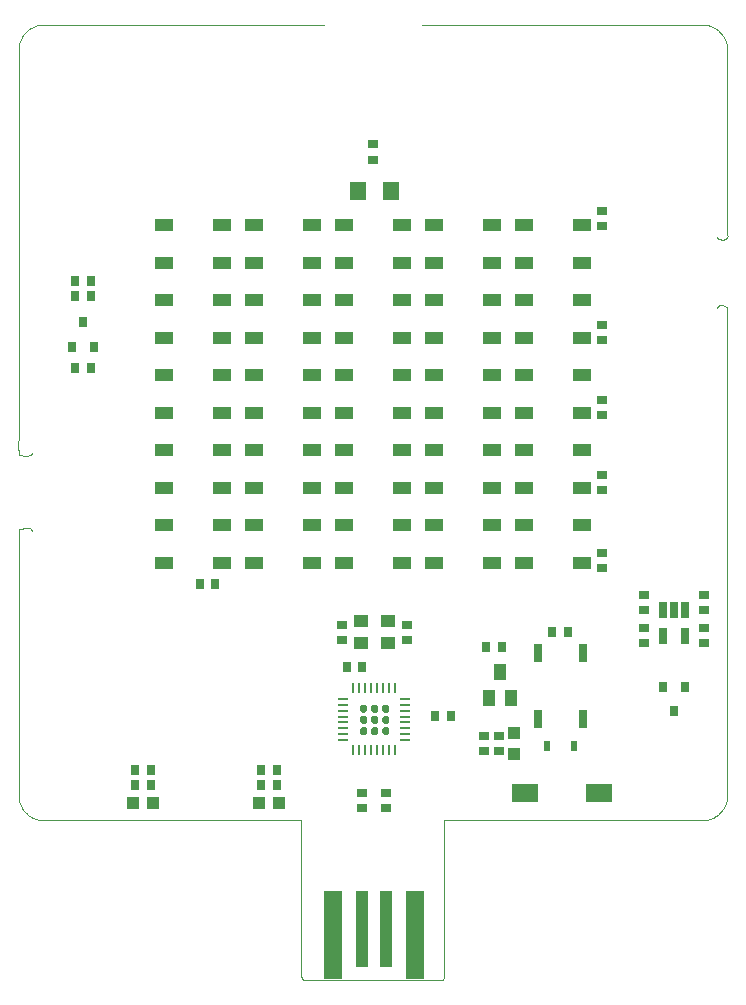
<source format=gtp>
G75*
%MOIN*%
%OFA0B0*%
%FSLAX25Y25*%
%IPPOS*%
%LPD*%
%AMOC8*
5,1,8,0,0,1.08239X$1,22.5*
%
%ADD10C,0.00394*%
%ADD11R,0.02756X0.03543*%
%ADD12R,0.03543X0.02756*%
%ADD13R,0.04331X0.03937*%
%ADD14R,0.05906X0.03937*%
%ADD15R,0.02756X0.05512*%
%ADD16R,0.01063X0.03346*%
%ADD17R,0.03346X0.01063*%
%ADD18C,0.01575*%
%ADD19R,0.05118X0.04331*%
%ADD20R,0.03937X0.05512*%
%ADD21R,0.03000X0.06000*%
%ADD22R,0.09055X0.06299*%
%ADD23R,0.03150X0.03543*%
%ADD24R,0.03937X0.04331*%
%ADD25R,0.05906X0.29528*%
%ADD26R,0.03937X0.25591*%
%ADD27R,0.05512X0.06299*%
%ADD28R,0.02480X0.03268*%
D10*
X0033683Y0069482D02*
X0033935Y0069375D01*
X0034187Y0069268D01*
X0034445Y0069173D01*
X0034973Y0069008D01*
X0035242Y0068938D01*
X0035516Y0068882D01*
X0035790Y0068825D01*
X0035927Y0068797D01*
X0035995Y0068783D01*
X0036064Y0068769D01*
X0036379Y0068752D01*
X0036725Y0068738D01*
X0037332Y0068716D01*
X0037593Y0068709D01*
X0113632Y0068709D01*
X0113928Y0068711D01*
X0114142Y0068714D01*
X0114356Y0068717D01*
X0114489Y0068728D02*
X0114621Y0068732D01*
X0115050Y0068737D01*
X0115345Y0068739D01*
X0123062Y0068739D01*
X0123062Y0016439D01*
X0123125Y0016332D02*
X0123355Y0016062D01*
X0123385Y0015991D01*
X0123422Y0015924D01*
X0123465Y0015861D01*
X0123507Y0015798D01*
X0123556Y0015740D01*
X0123663Y0015633D01*
X0123721Y0015584D01*
X0123784Y0015542D01*
X0123847Y0015499D01*
X0123914Y0015463D01*
X0124055Y0015403D01*
X0124129Y0015379D01*
X0124206Y0015363D01*
X0124283Y0015348D01*
X0124362Y0015339D01*
X0169406Y0015339D01*
X0169486Y0015348D01*
X0169562Y0015363D01*
X0169639Y0015379D01*
X0169713Y0015403D01*
X0169854Y0015463D01*
X0169921Y0015499D01*
X0170047Y0015584D01*
X0170106Y0015633D01*
X0170213Y0015740D01*
X0170261Y0015798D01*
X0170304Y0015861D01*
X0170346Y0015924D01*
X0170383Y0015991D01*
X0170413Y0016062D01*
X0170443Y0016132D02*
X0170666Y0016407D01*
X0170706Y0016439D02*
X0170706Y0068739D01*
X0208871Y0068739D01*
X0209166Y0068737D01*
X0209380Y0068735D01*
X0209594Y0068732D01*
X0209727Y0068728D01*
X0209860Y0068717D02*
X0210074Y0068714D01*
X0210288Y0068711D01*
X0210583Y0068709D01*
X0256176Y0068709D01*
X0256436Y0068716D01*
X0256740Y0068727D01*
X0257043Y0068738D01*
X0257389Y0068752D01*
X0257705Y0068769D01*
X0257773Y0068783D01*
X0257842Y0068797D01*
X0257979Y0068825D01*
X0258253Y0068882D01*
X0258527Y0068938D01*
X0258796Y0069008D01*
X0259323Y0069173D01*
X0259582Y0069268D01*
X0259834Y0069375D01*
X0260086Y0069482D01*
X0260332Y0069601D01*
X0260810Y0069862D01*
X0261042Y0070003D01*
X0261266Y0070155D01*
X0261491Y0070307D01*
X0261708Y0070470D01*
X0261916Y0070642D01*
X0262125Y0070814D01*
X0262325Y0070997D01*
X0262516Y0071188D01*
X0262707Y0071379D01*
X0262889Y0071579D01*
X0263062Y0071788D01*
X0263234Y0071996D01*
X0263397Y0072213D01*
X0263549Y0072438D01*
X0263701Y0072662D01*
X0263842Y0072894D01*
X0263972Y0073133D01*
X0264103Y0073372D01*
X0264222Y0073618D01*
X0264329Y0073870D01*
X0264436Y0074122D01*
X0264531Y0074381D01*
X0264613Y0074644D01*
X0264696Y0074908D01*
X0264766Y0075177D01*
X0264822Y0075451D01*
X0264879Y0075725D01*
X0264907Y0075862D01*
X0264921Y0075931D01*
X0264935Y0075999D01*
X0264951Y0076314D01*
X0264966Y0076661D01*
X0264977Y0076964D01*
X0264988Y0077267D01*
X0264994Y0077528D01*
X0264994Y0234039D01*
X0265003Y0236772D01*
X0264994Y0239280D01*
X0264992Y0239971D01*
X0263114Y0240511D01*
X0262443Y0240345D01*
X0261905Y0240213D01*
X0261716Y0239509D01*
X0263088Y0262159D02*
X0262443Y0262345D01*
X0261910Y0262498D01*
X0261716Y0263182D01*
X0263088Y0262159D02*
X0264650Y0262609D01*
X0264994Y0263186D01*
X0265161Y0263465D01*
X0264994Y0263939D01*
X0264994Y0325168D01*
X0264988Y0325429D01*
X0264977Y0325732D01*
X0264966Y0326035D01*
X0264951Y0326381D01*
X0264935Y0326697D01*
X0264921Y0326765D01*
X0264907Y0326834D01*
X0264879Y0326971D01*
X0264766Y0327519D01*
X0264696Y0327788D01*
X0264613Y0328052D01*
X0264531Y0328315D01*
X0264436Y0328574D01*
X0264329Y0328826D01*
X0264222Y0329078D01*
X0264103Y0329324D01*
X0263972Y0329563D01*
X0263842Y0329802D01*
X0263701Y0330034D01*
X0263549Y0330258D01*
X0263397Y0330483D01*
X0263234Y0330700D01*
X0263062Y0330908D01*
X0262889Y0331117D01*
X0262707Y0331317D01*
X0262325Y0331699D01*
X0262125Y0331881D01*
X0261916Y0332054D01*
X0261708Y0332226D01*
X0261491Y0332389D01*
X0261266Y0332541D01*
X0261042Y0332693D01*
X0260810Y0332834D01*
X0260571Y0332964D01*
X0260332Y0333095D01*
X0260086Y0333214D01*
X0259834Y0333321D01*
X0259582Y0333428D01*
X0259323Y0333523D01*
X0259059Y0333606D01*
X0258796Y0333688D01*
X0258527Y0333758D01*
X0258253Y0333814D01*
X0257979Y0333871D01*
X0257842Y0333899D01*
X0257773Y0333913D01*
X0257705Y0333927D01*
X0257389Y0333943D01*
X0257043Y0333958D01*
X0256740Y0333969D01*
X0256436Y0333980D01*
X0256176Y0333986D01*
X0163361Y0333986D01*
X0130622Y0333986D02*
X0037593Y0333986D01*
X0037332Y0333980D01*
X0037028Y0333969D01*
X0036725Y0333958D01*
X0036379Y0333943D01*
X0036064Y0333927D01*
X0035995Y0333913D01*
X0035927Y0333899D01*
X0035790Y0333871D01*
X0035516Y0333814D01*
X0035242Y0333758D01*
X0034973Y0333688D01*
X0034709Y0333606D01*
X0034445Y0333523D01*
X0034187Y0333428D01*
X0033935Y0333321D01*
X0033683Y0333214D01*
X0033437Y0333095D01*
X0033198Y0332964D01*
X0032959Y0332834D01*
X0032727Y0332693D01*
X0032502Y0332541D01*
X0032277Y0332389D01*
X0032061Y0332226D01*
X0031852Y0332054D01*
X0031643Y0331881D01*
X0031443Y0331699D01*
X0031252Y0331508D01*
X0031061Y0331317D01*
X0030879Y0331117D01*
X0030707Y0330908D01*
X0030534Y0330700D01*
X0030372Y0330483D01*
X0030220Y0330258D01*
X0030068Y0330034D01*
X0029926Y0329802D01*
X0029796Y0329563D01*
X0029666Y0329324D01*
X0029547Y0329078D01*
X0029440Y0328826D01*
X0029333Y0328574D01*
X0029237Y0328315D01*
X0029072Y0327788D01*
X0029003Y0327519D01*
X0028946Y0327245D01*
X0028890Y0326971D01*
X0028861Y0326834D01*
X0028847Y0326765D01*
X0028833Y0326697D01*
X0028817Y0326381D01*
X0028802Y0326035D01*
X0028791Y0325732D01*
X0028781Y0325429D01*
X0028774Y0325168D01*
X0028774Y0197833D01*
X0028694Y0192810D01*
X0028774Y0191333D01*
X0028826Y0190369D01*
X0031608Y0190195D01*
X0032537Y0190461D01*
X0033070Y0190613D01*
X0033340Y0191224D01*
X0031608Y0166329D02*
X0028755Y0165833D01*
X0028774Y0164849D01*
X0028813Y0162802D01*
X0028774Y0158065D01*
X0028774Y0077528D01*
X0028781Y0077267D01*
X0028791Y0076964D01*
X0028802Y0076661D01*
X0028817Y0076314D01*
X0028833Y0075999D01*
X0028847Y0075931D01*
X0028861Y0075862D01*
X0028890Y0075725D01*
X0028946Y0075451D01*
X0029003Y0075177D01*
X0029072Y0074908D01*
X0029237Y0074381D01*
X0029333Y0074122D01*
X0029440Y0073870D01*
X0029547Y0073618D01*
X0029666Y0073372D01*
X0029796Y0073133D01*
X0029926Y0072894D01*
X0030068Y0072662D01*
X0030220Y0072438D01*
X0030372Y0072213D01*
X0030534Y0071996D01*
X0030707Y0071788D01*
X0030879Y0071579D01*
X0031061Y0071379D01*
X0031252Y0071188D01*
X0031443Y0070997D01*
X0031643Y0070814D01*
X0031852Y0070642D01*
X0032061Y0070470D01*
X0032277Y0070307D01*
X0032502Y0070155D01*
X0032727Y0070003D01*
X0032959Y0069862D01*
X0033437Y0069601D01*
X0033683Y0069482D01*
X0033340Y0165241D02*
X0033060Y0165823D01*
X0032537Y0166005D01*
X0031608Y0166329D01*
D11*
X0047723Y0219333D03*
X0052841Y0219333D03*
X0052841Y0243333D03*
X0052841Y0248333D03*
X0047723Y0248333D03*
X0047723Y0243333D03*
X0089223Y0147333D03*
X0094341Y0147333D03*
X0138223Y0119833D03*
X0143341Y0119833D03*
X0167723Y0103333D03*
X0172841Y0103333D03*
X0184723Y0126333D03*
X0189841Y0126333D03*
X0206723Y0131333D03*
X0211841Y0131333D03*
X0114841Y0085333D03*
X0109723Y0085333D03*
X0109723Y0080333D03*
X0114841Y0080333D03*
X0072841Y0080333D03*
X0067723Y0080333D03*
X0067723Y0085333D03*
X0072841Y0085333D03*
D12*
X0136692Y0128774D03*
X0136692Y0133892D03*
X0158282Y0133892D03*
X0158282Y0128774D03*
X0183782Y0096892D03*
X0188782Y0096892D03*
X0188782Y0091774D03*
X0183782Y0091774D03*
X0151282Y0077892D03*
X0151282Y0072774D03*
X0143282Y0072774D03*
X0143282Y0077892D03*
X0223282Y0152774D03*
X0223282Y0157892D03*
X0237282Y0143892D03*
X0237282Y0138774D03*
X0237282Y0132892D03*
X0237282Y0127774D03*
X0257282Y0127774D03*
X0257282Y0132892D03*
X0257282Y0138774D03*
X0257282Y0143892D03*
X0223282Y0178774D03*
X0223282Y0183892D03*
X0223282Y0203774D03*
X0223282Y0208892D03*
X0223282Y0228774D03*
X0223282Y0233892D03*
X0223282Y0266774D03*
X0223282Y0271892D03*
X0146933Y0288917D03*
X0146933Y0294035D03*
D13*
X0115628Y0074333D03*
X0108935Y0074333D03*
X0073628Y0074333D03*
X0066935Y0074333D03*
D14*
X0077136Y0154534D03*
X0077136Y0167133D03*
X0077136Y0179534D03*
X0077136Y0192133D03*
X0077136Y0204534D03*
X0077136Y0217133D03*
X0077136Y0229534D03*
X0077136Y0242133D03*
X0077136Y0254534D03*
X0077136Y0267133D03*
X0096427Y0267133D03*
X0107136Y0267133D03*
X0107136Y0254534D03*
X0096427Y0254534D03*
X0096427Y0242133D03*
X0107136Y0242133D03*
X0107136Y0229534D03*
X0096427Y0229534D03*
X0096427Y0217133D03*
X0107136Y0217133D03*
X0107136Y0204534D03*
X0096427Y0204534D03*
X0096427Y0192133D03*
X0107136Y0192133D03*
X0107136Y0179534D03*
X0096427Y0179534D03*
X0096427Y0167133D03*
X0107136Y0167133D03*
X0107136Y0154534D03*
X0096427Y0154534D03*
X0126427Y0154534D03*
X0137136Y0154534D03*
X0137136Y0167133D03*
X0126427Y0167133D03*
X0126427Y0179534D03*
X0137136Y0179534D03*
X0137136Y0192133D03*
X0126427Y0192133D03*
X0126427Y0204534D03*
X0137136Y0204534D03*
X0137136Y0217133D03*
X0126427Y0217133D03*
X0126427Y0229534D03*
X0137136Y0229534D03*
X0137136Y0242133D03*
X0126427Y0242133D03*
X0126427Y0254534D03*
X0137136Y0254534D03*
X0137136Y0267133D03*
X0126427Y0267133D03*
X0156427Y0267133D03*
X0167136Y0267133D03*
X0167136Y0254534D03*
X0167136Y0242133D03*
X0156427Y0242133D03*
X0156427Y0254534D03*
X0156427Y0229534D03*
X0156427Y0217133D03*
X0167136Y0217133D03*
X0167136Y0229534D03*
X0186427Y0229534D03*
X0197136Y0229534D03*
X0197136Y0217133D03*
X0186427Y0217133D03*
X0186427Y0204534D03*
X0197136Y0204534D03*
X0197136Y0192133D03*
X0186427Y0192133D03*
X0186427Y0179534D03*
X0197136Y0179534D03*
X0197136Y0167133D03*
X0186427Y0167133D03*
X0186427Y0154534D03*
X0197136Y0154534D03*
X0216427Y0154534D03*
X0216427Y0167133D03*
X0216427Y0179534D03*
X0216427Y0192133D03*
X0216427Y0204534D03*
X0216427Y0217133D03*
X0216427Y0229534D03*
X0216427Y0242133D03*
X0216427Y0254534D03*
X0216427Y0267133D03*
X0197136Y0267133D03*
X0186427Y0267133D03*
X0186427Y0254534D03*
X0197136Y0254534D03*
X0197136Y0242133D03*
X0186427Y0242133D03*
X0167136Y0204534D03*
X0167136Y0192133D03*
X0156427Y0192133D03*
X0156427Y0204534D03*
X0156427Y0179534D03*
X0156427Y0167133D03*
X0167136Y0167133D03*
X0167136Y0179534D03*
X0167136Y0154534D03*
X0156427Y0154534D03*
D15*
X0243541Y0138664D03*
X0247282Y0138664D03*
X0251022Y0138664D03*
X0251022Y0130003D03*
X0243541Y0130003D03*
D16*
X0154171Y0112668D03*
X0152203Y0112668D03*
X0150234Y0112668D03*
X0148266Y0112668D03*
X0146297Y0112668D03*
X0144329Y0112668D03*
X0142360Y0112668D03*
X0140392Y0112668D03*
X0140392Y0091999D03*
X0142360Y0091999D03*
X0144329Y0091999D03*
X0146297Y0091999D03*
X0148266Y0091999D03*
X0150234Y0091999D03*
X0152203Y0091999D03*
X0154171Y0091999D03*
D17*
X0157616Y0095444D03*
X0157616Y0097412D03*
X0157616Y0099381D03*
X0157616Y0101349D03*
X0157616Y0103318D03*
X0157616Y0105286D03*
X0157616Y0107255D03*
X0157616Y0109223D03*
X0136947Y0109223D03*
X0136947Y0107255D03*
X0136947Y0105286D03*
X0136947Y0103318D03*
X0136947Y0101349D03*
X0136947Y0099381D03*
X0136947Y0097412D03*
X0136947Y0095444D03*
D18*
X0143197Y0098642D02*
X0143199Y0098681D01*
X0143205Y0098720D01*
X0143215Y0098758D01*
X0143228Y0098795D01*
X0143245Y0098830D01*
X0143265Y0098864D01*
X0143289Y0098895D01*
X0143316Y0098924D01*
X0143345Y0098950D01*
X0143377Y0098973D01*
X0143411Y0098993D01*
X0143447Y0099009D01*
X0143484Y0099021D01*
X0143523Y0099030D01*
X0143562Y0099035D01*
X0143601Y0099036D01*
X0143640Y0099033D01*
X0143679Y0099026D01*
X0143716Y0099015D01*
X0143753Y0099001D01*
X0143788Y0098983D01*
X0143821Y0098962D01*
X0143852Y0098937D01*
X0143880Y0098910D01*
X0143905Y0098880D01*
X0143927Y0098847D01*
X0143946Y0098813D01*
X0143961Y0098777D01*
X0143973Y0098739D01*
X0143981Y0098701D01*
X0143985Y0098662D01*
X0143985Y0098622D01*
X0143981Y0098583D01*
X0143973Y0098545D01*
X0143961Y0098507D01*
X0143946Y0098471D01*
X0143927Y0098437D01*
X0143905Y0098404D01*
X0143880Y0098374D01*
X0143852Y0098347D01*
X0143821Y0098322D01*
X0143788Y0098301D01*
X0143753Y0098283D01*
X0143716Y0098269D01*
X0143679Y0098258D01*
X0143640Y0098251D01*
X0143601Y0098248D01*
X0143562Y0098249D01*
X0143523Y0098254D01*
X0143484Y0098263D01*
X0143447Y0098275D01*
X0143411Y0098291D01*
X0143377Y0098311D01*
X0143345Y0098334D01*
X0143316Y0098360D01*
X0143289Y0098389D01*
X0143265Y0098420D01*
X0143245Y0098454D01*
X0143228Y0098489D01*
X0143215Y0098526D01*
X0143205Y0098564D01*
X0143199Y0098603D01*
X0143197Y0098642D01*
X0143197Y0102333D02*
X0143199Y0102372D01*
X0143205Y0102411D01*
X0143215Y0102449D01*
X0143228Y0102486D01*
X0143245Y0102521D01*
X0143265Y0102555D01*
X0143289Y0102586D01*
X0143316Y0102615D01*
X0143345Y0102641D01*
X0143377Y0102664D01*
X0143411Y0102684D01*
X0143447Y0102700D01*
X0143484Y0102712D01*
X0143523Y0102721D01*
X0143562Y0102726D01*
X0143601Y0102727D01*
X0143640Y0102724D01*
X0143679Y0102717D01*
X0143716Y0102706D01*
X0143753Y0102692D01*
X0143788Y0102674D01*
X0143821Y0102653D01*
X0143852Y0102628D01*
X0143880Y0102601D01*
X0143905Y0102571D01*
X0143927Y0102538D01*
X0143946Y0102504D01*
X0143961Y0102468D01*
X0143973Y0102430D01*
X0143981Y0102392D01*
X0143985Y0102353D01*
X0143985Y0102313D01*
X0143981Y0102274D01*
X0143973Y0102236D01*
X0143961Y0102198D01*
X0143946Y0102162D01*
X0143927Y0102128D01*
X0143905Y0102095D01*
X0143880Y0102065D01*
X0143852Y0102038D01*
X0143821Y0102013D01*
X0143788Y0101992D01*
X0143753Y0101974D01*
X0143716Y0101960D01*
X0143679Y0101949D01*
X0143640Y0101942D01*
X0143601Y0101939D01*
X0143562Y0101940D01*
X0143523Y0101945D01*
X0143484Y0101954D01*
X0143447Y0101966D01*
X0143411Y0101982D01*
X0143377Y0102002D01*
X0143345Y0102025D01*
X0143316Y0102051D01*
X0143289Y0102080D01*
X0143265Y0102111D01*
X0143245Y0102145D01*
X0143228Y0102180D01*
X0143215Y0102217D01*
X0143205Y0102255D01*
X0143199Y0102294D01*
X0143197Y0102333D01*
X0143197Y0106024D02*
X0143199Y0106063D01*
X0143205Y0106102D01*
X0143215Y0106140D01*
X0143228Y0106177D01*
X0143245Y0106212D01*
X0143265Y0106246D01*
X0143289Y0106277D01*
X0143316Y0106306D01*
X0143345Y0106332D01*
X0143377Y0106355D01*
X0143411Y0106375D01*
X0143447Y0106391D01*
X0143484Y0106403D01*
X0143523Y0106412D01*
X0143562Y0106417D01*
X0143601Y0106418D01*
X0143640Y0106415D01*
X0143679Y0106408D01*
X0143716Y0106397D01*
X0143753Y0106383D01*
X0143788Y0106365D01*
X0143821Y0106344D01*
X0143852Y0106319D01*
X0143880Y0106292D01*
X0143905Y0106262D01*
X0143927Y0106229D01*
X0143946Y0106195D01*
X0143961Y0106159D01*
X0143973Y0106121D01*
X0143981Y0106083D01*
X0143985Y0106044D01*
X0143985Y0106004D01*
X0143981Y0105965D01*
X0143973Y0105927D01*
X0143961Y0105889D01*
X0143946Y0105853D01*
X0143927Y0105819D01*
X0143905Y0105786D01*
X0143880Y0105756D01*
X0143852Y0105729D01*
X0143821Y0105704D01*
X0143788Y0105683D01*
X0143753Y0105665D01*
X0143716Y0105651D01*
X0143679Y0105640D01*
X0143640Y0105633D01*
X0143601Y0105630D01*
X0143562Y0105631D01*
X0143523Y0105636D01*
X0143484Y0105645D01*
X0143447Y0105657D01*
X0143411Y0105673D01*
X0143377Y0105693D01*
X0143345Y0105716D01*
X0143316Y0105742D01*
X0143289Y0105771D01*
X0143265Y0105802D01*
X0143245Y0105836D01*
X0143228Y0105871D01*
X0143215Y0105908D01*
X0143205Y0105946D01*
X0143199Y0105985D01*
X0143197Y0106024D01*
X0146888Y0106024D02*
X0146890Y0106063D01*
X0146896Y0106102D01*
X0146906Y0106140D01*
X0146919Y0106177D01*
X0146936Y0106212D01*
X0146956Y0106246D01*
X0146980Y0106277D01*
X0147007Y0106306D01*
X0147036Y0106332D01*
X0147068Y0106355D01*
X0147102Y0106375D01*
X0147138Y0106391D01*
X0147175Y0106403D01*
X0147214Y0106412D01*
X0147253Y0106417D01*
X0147292Y0106418D01*
X0147331Y0106415D01*
X0147370Y0106408D01*
X0147407Y0106397D01*
X0147444Y0106383D01*
X0147479Y0106365D01*
X0147512Y0106344D01*
X0147543Y0106319D01*
X0147571Y0106292D01*
X0147596Y0106262D01*
X0147618Y0106229D01*
X0147637Y0106195D01*
X0147652Y0106159D01*
X0147664Y0106121D01*
X0147672Y0106083D01*
X0147676Y0106044D01*
X0147676Y0106004D01*
X0147672Y0105965D01*
X0147664Y0105927D01*
X0147652Y0105889D01*
X0147637Y0105853D01*
X0147618Y0105819D01*
X0147596Y0105786D01*
X0147571Y0105756D01*
X0147543Y0105729D01*
X0147512Y0105704D01*
X0147479Y0105683D01*
X0147444Y0105665D01*
X0147407Y0105651D01*
X0147370Y0105640D01*
X0147331Y0105633D01*
X0147292Y0105630D01*
X0147253Y0105631D01*
X0147214Y0105636D01*
X0147175Y0105645D01*
X0147138Y0105657D01*
X0147102Y0105673D01*
X0147068Y0105693D01*
X0147036Y0105716D01*
X0147007Y0105742D01*
X0146980Y0105771D01*
X0146956Y0105802D01*
X0146936Y0105836D01*
X0146919Y0105871D01*
X0146906Y0105908D01*
X0146896Y0105946D01*
X0146890Y0105985D01*
X0146888Y0106024D01*
X0146888Y0102333D02*
X0146890Y0102372D01*
X0146896Y0102411D01*
X0146906Y0102449D01*
X0146919Y0102486D01*
X0146936Y0102521D01*
X0146956Y0102555D01*
X0146980Y0102586D01*
X0147007Y0102615D01*
X0147036Y0102641D01*
X0147068Y0102664D01*
X0147102Y0102684D01*
X0147138Y0102700D01*
X0147175Y0102712D01*
X0147214Y0102721D01*
X0147253Y0102726D01*
X0147292Y0102727D01*
X0147331Y0102724D01*
X0147370Y0102717D01*
X0147407Y0102706D01*
X0147444Y0102692D01*
X0147479Y0102674D01*
X0147512Y0102653D01*
X0147543Y0102628D01*
X0147571Y0102601D01*
X0147596Y0102571D01*
X0147618Y0102538D01*
X0147637Y0102504D01*
X0147652Y0102468D01*
X0147664Y0102430D01*
X0147672Y0102392D01*
X0147676Y0102353D01*
X0147676Y0102313D01*
X0147672Y0102274D01*
X0147664Y0102236D01*
X0147652Y0102198D01*
X0147637Y0102162D01*
X0147618Y0102128D01*
X0147596Y0102095D01*
X0147571Y0102065D01*
X0147543Y0102038D01*
X0147512Y0102013D01*
X0147479Y0101992D01*
X0147444Y0101974D01*
X0147407Y0101960D01*
X0147370Y0101949D01*
X0147331Y0101942D01*
X0147292Y0101939D01*
X0147253Y0101940D01*
X0147214Y0101945D01*
X0147175Y0101954D01*
X0147138Y0101966D01*
X0147102Y0101982D01*
X0147068Y0102002D01*
X0147036Y0102025D01*
X0147007Y0102051D01*
X0146980Y0102080D01*
X0146956Y0102111D01*
X0146936Y0102145D01*
X0146919Y0102180D01*
X0146906Y0102217D01*
X0146896Y0102255D01*
X0146890Y0102294D01*
X0146888Y0102333D01*
X0146888Y0098642D02*
X0146890Y0098681D01*
X0146896Y0098720D01*
X0146906Y0098758D01*
X0146919Y0098795D01*
X0146936Y0098830D01*
X0146956Y0098864D01*
X0146980Y0098895D01*
X0147007Y0098924D01*
X0147036Y0098950D01*
X0147068Y0098973D01*
X0147102Y0098993D01*
X0147138Y0099009D01*
X0147175Y0099021D01*
X0147214Y0099030D01*
X0147253Y0099035D01*
X0147292Y0099036D01*
X0147331Y0099033D01*
X0147370Y0099026D01*
X0147407Y0099015D01*
X0147444Y0099001D01*
X0147479Y0098983D01*
X0147512Y0098962D01*
X0147543Y0098937D01*
X0147571Y0098910D01*
X0147596Y0098880D01*
X0147618Y0098847D01*
X0147637Y0098813D01*
X0147652Y0098777D01*
X0147664Y0098739D01*
X0147672Y0098701D01*
X0147676Y0098662D01*
X0147676Y0098622D01*
X0147672Y0098583D01*
X0147664Y0098545D01*
X0147652Y0098507D01*
X0147637Y0098471D01*
X0147618Y0098437D01*
X0147596Y0098404D01*
X0147571Y0098374D01*
X0147543Y0098347D01*
X0147512Y0098322D01*
X0147479Y0098301D01*
X0147444Y0098283D01*
X0147407Y0098269D01*
X0147370Y0098258D01*
X0147331Y0098251D01*
X0147292Y0098248D01*
X0147253Y0098249D01*
X0147214Y0098254D01*
X0147175Y0098263D01*
X0147138Y0098275D01*
X0147102Y0098291D01*
X0147068Y0098311D01*
X0147036Y0098334D01*
X0147007Y0098360D01*
X0146980Y0098389D01*
X0146956Y0098420D01*
X0146936Y0098454D01*
X0146919Y0098489D01*
X0146906Y0098526D01*
X0146896Y0098564D01*
X0146890Y0098603D01*
X0146888Y0098642D01*
X0150579Y0098642D02*
X0150581Y0098681D01*
X0150587Y0098720D01*
X0150597Y0098758D01*
X0150610Y0098795D01*
X0150627Y0098830D01*
X0150647Y0098864D01*
X0150671Y0098895D01*
X0150698Y0098924D01*
X0150727Y0098950D01*
X0150759Y0098973D01*
X0150793Y0098993D01*
X0150829Y0099009D01*
X0150866Y0099021D01*
X0150905Y0099030D01*
X0150944Y0099035D01*
X0150983Y0099036D01*
X0151022Y0099033D01*
X0151061Y0099026D01*
X0151098Y0099015D01*
X0151135Y0099001D01*
X0151170Y0098983D01*
X0151203Y0098962D01*
X0151234Y0098937D01*
X0151262Y0098910D01*
X0151287Y0098880D01*
X0151309Y0098847D01*
X0151328Y0098813D01*
X0151343Y0098777D01*
X0151355Y0098739D01*
X0151363Y0098701D01*
X0151367Y0098662D01*
X0151367Y0098622D01*
X0151363Y0098583D01*
X0151355Y0098545D01*
X0151343Y0098507D01*
X0151328Y0098471D01*
X0151309Y0098437D01*
X0151287Y0098404D01*
X0151262Y0098374D01*
X0151234Y0098347D01*
X0151203Y0098322D01*
X0151170Y0098301D01*
X0151135Y0098283D01*
X0151098Y0098269D01*
X0151061Y0098258D01*
X0151022Y0098251D01*
X0150983Y0098248D01*
X0150944Y0098249D01*
X0150905Y0098254D01*
X0150866Y0098263D01*
X0150829Y0098275D01*
X0150793Y0098291D01*
X0150759Y0098311D01*
X0150727Y0098334D01*
X0150698Y0098360D01*
X0150671Y0098389D01*
X0150647Y0098420D01*
X0150627Y0098454D01*
X0150610Y0098489D01*
X0150597Y0098526D01*
X0150587Y0098564D01*
X0150581Y0098603D01*
X0150579Y0098642D01*
X0150579Y0102333D02*
X0150581Y0102372D01*
X0150587Y0102411D01*
X0150597Y0102449D01*
X0150610Y0102486D01*
X0150627Y0102521D01*
X0150647Y0102555D01*
X0150671Y0102586D01*
X0150698Y0102615D01*
X0150727Y0102641D01*
X0150759Y0102664D01*
X0150793Y0102684D01*
X0150829Y0102700D01*
X0150866Y0102712D01*
X0150905Y0102721D01*
X0150944Y0102726D01*
X0150983Y0102727D01*
X0151022Y0102724D01*
X0151061Y0102717D01*
X0151098Y0102706D01*
X0151135Y0102692D01*
X0151170Y0102674D01*
X0151203Y0102653D01*
X0151234Y0102628D01*
X0151262Y0102601D01*
X0151287Y0102571D01*
X0151309Y0102538D01*
X0151328Y0102504D01*
X0151343Y0102468D01*
X0151355Y0102430D01*
X0151363Y0102392D01*
X0151367Y0102353D01*
X0151367Y0102313D01*
X0151363Y0102274D01*
X0151355Y0102236D01*
X0151343Y0102198D01*
X0151328Y0102162D01*
X0151309Y0102128D01*
X0151287Y0102095D01*
X0151262Y0102065D01*
X0151234Y0102038D01*
X0151203Y0102013D01*
X0151170Y0101992D01*
X0151135Y0101974D01*
X0151098Y0101960D01*
X0151061Y0101949D01*
X0151022Y0101942D01*
X0150983Y0101939D01*
X0150944Y0101940D01*
X0150905Y0101945D01*
X0150866Y0101954D01*
X0150829Y0101966D01*
X0150793Y0101982D01*
X0150759Y0102002D01*
X0150727Y0102025D01*
X0150698Y0102051D01*
X0150671Y0102080D01*
X0150647Y0102111D01*
X0150627Y0102145D01*
X0150610Y0102180D01*
X0150597Y0102217D01*
X0150587Y0102255D01*
X0150581Y0102294D01*
X0150579Y0102333D01*
X0150579Y0106024D02*
X0150581Y0106063D01*
X0150587Y0106102D01*
X0150597Y0106140D01*
X0150610Y0106177D01*
X0150627Y0106212D01*
X0150647Y0106246D01*
X0150671Y0106277D01*
X0150698Y0106306D01*
X0150727Y0106332D01*
X0150759Y0106355D01*
X0150793Y0106375D01*
X0150829Y0106391D01*
X0150866Y0106403D01*
X0150905Y0106412D01*
X0150944Y0106417D01*
X0150983Y0106418D01*
X0151022Y0106415D01*
X0151061Y0106408D01*
X0151098Y0106397D01*
X0151135Y0106383D01*
X0151170Y0106365D01*
X0151203Y0106344D01*
X0151234Y0106319D01*
X0151262Y0106292D01*
X0151287Y0106262D01*
X0151309Y0106229D01*
X0151328Y0106195D01*
X0151343Y0106159D01*
X0151355Y0106121D01*
X0151363Y0106083D01*
X0151367Y0106044D01*
X0151367Y0106004D01*
X0151363Y0105965D01*
X0151355Y0105927D01*
X0151343Y0105889D01*
X0151328Y0105853D01*
X0151309Y0105819D01*
X0151287Y0105786D01*
X0151262Y0105756D01*
X0151234Y0105729D01*
X0151203Y0105704D01*
X0151170Y0105683D01*
X0151135Y0105665D01*
X0151098Y0105651D01*
X0151061Y0105640D01*
X0151022Y0105633D01*
X0150983Y0105630D01*
X0150944Y0105631D01*
X0150905Y0105636D01*
X0150866Y0105645D01*
X0150829Y0105657D01*
X0150793Y0105673D01*
X0150759Y0105693D01*
X0150727Y0105716D01*
X0150698Y0105742D01*
X0150671Y0105771D01*
X0150647Y0105802D01*
X0150627Y0105836D01*
X0150610Y0105871D01*
X0150597Y0105908D01*
X0150587Y0105946D01*
X0150581Y0105985D01*
X0150579Y0106024D01*
D19*
X0152006Y0127790D03*
X0152006Y0135270D03*
X0142951Y0135270D03*
X0142951Y0127790D03*
D20*
X0185541Y0109503D03*
X0193022Y0109503D03*
X0189282Y0118164D03*
D21*
X0201834Y0124333D03*
X0216834Y0124333D03*
X0216834Y0102333D03*
X0201834Y0102333D03*
D22*
X0197417Y0077930D03*
X0222220Y0077930D03*
D23*
X0247282Y0105003D03*
X0251022Y0113270D03*
X0243541Y0113270D03*
X0054022Y0226396D03*
X0046541Y0226396D03*
X0050282Y0234664D03*
D24*
X0193782Y0097680D03*
X0193782Y0090987D03*
D25*
X0161061Y0030546D03*
X0133502Y0030546D03*
D26*
X0143345Y0032514D03*
X0151219Y0032514D03*
D27*
X0152793Y0278333D03*
X0141770Y0278333D03*
D28*
X0204754Y0093333D03*
X0213809Y0093333D03*
M02*

</source>
